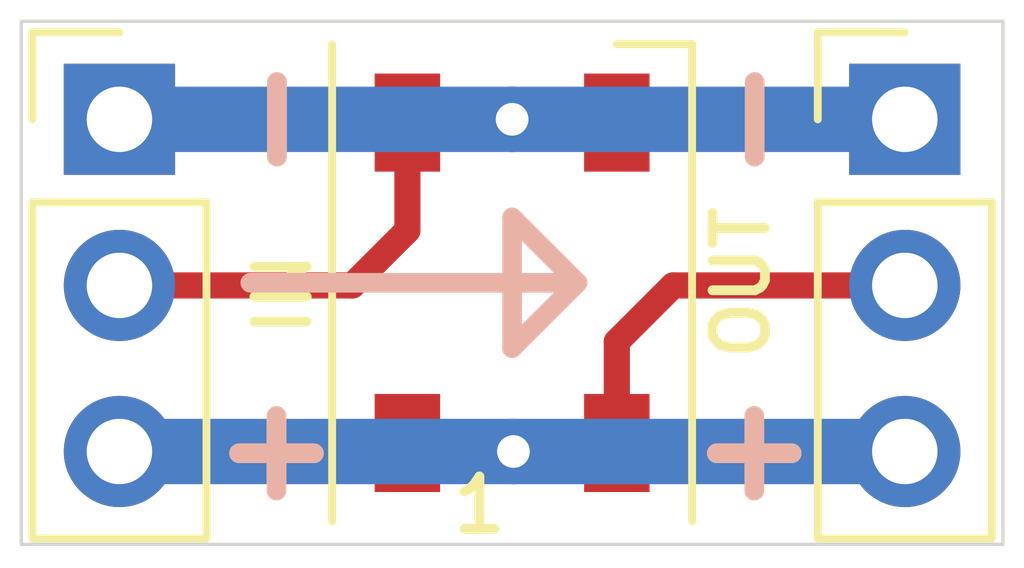
<source format=kicad_pcb>
(kicad_pcb (version 20171130) (host pcbnew 5.1.0)

  (general
    (thickness 1.6)
    (drawings 16)
    (tracks 19)
    (zones 0)
    (modules 3)
    (nets 5)
  )

  (page A4)
  (layers
    (0 F.Cu signal)
    (31 B.Cu signal)
    (32 B.Adhes user)
    (33 F.Adhes user)
    (34 B.Paste user)
    (35 F.Paste user)
    (36 B.SilkS user)
    (37 F.SilkS user)
    (38 B.Mask user)
    (39 F.Mask user)
    (40 Dwgs.User user)
    (41 Cmts.User user)
    (42 Eco1.User user)
    (43 Eco2.User user)
    (44 Edge.Cuts user)
    (45 Margin user)
    (46 B.CrtYd user)
    (47 F.CrtYd user)
    (48 B.Fab user)
    (49 F.Fab user)
  )

  (setup
    (last_trace_width 0.4)
    (user_trace_width 1)
    (trace_clearance 0.2)
    (zone_clearance 0.508)
    (zone_45_only no)
    (trace_min 0.2)
    (via_size 1)
    (via_drill 0.5)
    (via_min_size 0.4)
    (via_min_drill 0.3)
    (uvia_size 0.3)
    (uvia_drill 0.1)
    (uvias_allowed no)
    (uvia_min_size 0.2)
    (uvia_min_drill 0.1)
    (edge_width 0.05)
    (segment_width 0.2)
    (pcb_text_width 0.3)
    (pcb_text_size 1.5 1.5)
    (mod_edge_width 0.12)
    (mod_text_size 1 1)
    (mod_text_width 0.15)
    (pad_size 1.524 1.524)
    (pad_drill 0.762)
    (pad_to_mask_clearance 0.051)
    (solder_mask_min_width 0.25)
    (aux_axis_origin 0 0)
    (visible_elements 7FFFFFFF)
    (pcbplotparams
      (layerselection 0x010fc_ffffffff)
      (usegerberextensions false)
      (usegerberattributes false)
      (usegerberadvancedattributes false)
      (creategerberjobfile false)
      (excludeedgelayer true)
      (linewidth 0.100000)
      (plotframeref false)
      (viasonmask false)
      (mode 1)
      (useauxorigin false)
      (hpglpennumber 1)
      (hpglpenspeed 20)
      (hpglpendiameter 15.000000)
      (psnegative false)
      (psa4output false)
      (plotreference true)
      (plotvalue true)
      (plotinvisibletext false)
      (padsonsilk false)
      (subtractmaskfromsilk false)
      (outputformat 1)
      (mirror false)
      (drillshape 1)
      (scaleselection 1)
      (outputdirectory ""))
  )

  (net 0 "")
  (net 1 "Net-(D1-Pad3)")
  (net 2 "Net-(D1-Pad4)")
  (net 3 "Net-(D1-Pad2)")
  (net 4 "Net-(D1-Pad1)")

  (net_class Default "This is the default net class."
    (clearance 0.2)
    (trace_width 0.4)
    (via_dia 1)
    (via_drill 0.5)
    (uvia_dia 0.3)
    (uvia_drill 0.1)
    (add_net "Net-(D1-Pad1)")
    (add_net "Net-(D1-Pad2)")
    (add_net "Net-(D1-Pad3)")
    (add_net "Net-(D1-Pad4)")
  )

  (module LED_SMD:LED_WS2812B_PLCC4_5.0x5.0mm_P3.2mm (layer F.Cu) (tedit 5AA4B285) (tstamp 5CB7B144)
    (at 129 85.5 90)
    (descr https://cdn-shop.adafruit.com/datasheets/WS2812B.pdf)
    (tags "LED RGB NeoPixel")
    (path /5CB6FC3E)
    (attr smd)
    (fp_text reference D1 (at 0 -3.5 90) (layer F.SilkS) hide
      (effects (font (size 0.8 0.8) (thickness 0.15)))
    )
    (fp_text value WS2812B (at 0 4 90) (layer F.Fab)
      (effects (font (size 0.8 0.8) (thickness 0.15)))
    )
    (fp_text user 1 (at -3.4 -0.5 180) (layer F.SilkS)
      (effects (font (size 0.8 0.8) (thickness 0.15)))
    )
    (fp_text user %R (at 0 0 90) (layer F.Fab)
      (effects (font (size 0.8 0.8) (thickness 0.15)))
    )
    (fp_line (start 3.45 -2.75) (end -3.45 -2.75) (layer F.CrtYd) (width 0.05))
    (fp_line (start 3.45 2.75) (end 3.45 -2.75) (layer F.CrtYd) (width 0.05))
    (fp_line (start -3.45 2.75) (end 3.45 2.75) (layer F.CrtYd) (width 0.05))
    (fp_line (start -3.45 -2.75) (end -3.45 2.75) (layer F.CrtYd) (width 0.05))
    (fp_line (start 2.5 1.5) (end 1.5 2.5) (layer F.Fab) (width 0.1))
    (fp_line (start -2.5 -2.5) (end -2.5 2.5) (layer F.Fab) (width 0.1))
    (fp_line (start -2.5 2.5) (end 2.5 2.5) (layer F.Fab) (width 0.1))
    (fp_line (start 2.5 2.5) (end 2.5 -2.5) (layer F.Fab) (width 0.1))
    (fp_line (start 2.5 -2.5) (end -2.5 -2.5) (layer F.Fab) (width 0.1))
    (fp_line (start -3.65 -2.75) (end 3.65 -2.75) (layer F.SilkS) (width 0.12))
    (fp_line (start -3.65 2.75) (end 3.65 2.75) (layer F.SilkS) (width 0.12))
    (fp_line (start 3.65 2.75) (end 3.65 1.6) (layer F.SilkS) (width 0.12))
    (fp_circle (center 0 0) (end 0 -2) (layer F.Fab) (width 0.1))
    (pad 3 smd rect (at 2.45 1.6 90) (size 1.5 1) (layers F.Cu F.Paste F.Mask)
      (net 1 "Net-(D1-Pad3)"))
    (pad 4 smd rect (at 2.45 -1.6 90) (size 1.5 1) (layers F.Cu F.Paste F.Mask)
      (net 2 "Net-(D1-Pad4)"))
    (pad 2 smd rect (at -2.45 1.6 90) (size 1.5 1) (layers F.Cu F.Paste F.Mask)
      (net 3 "Net-(D1-Pad2)"))
    (pad 1 smd rect (at -2.45 -1.6 90) (size 1.5 1) (layers F.Cu F.Paste F.Mask)
      (net 4 "Net-(D1-Pad1)"))
    (model ${KISYS3DMOD}/LED_SMD.3dshapes/LED_WS2812B_PLCC4_5.0x5.0mm_P3.2mm.wrl
      (at (xyz 0 0 0))
      (scale (xyz 1 1 1))
      (rotate (xyz 0 0 0))
    )
  )

  (module Connector_PinHeader_2.54mm:PinHeader_1x03_P2.54mm_Vertical (layer F.Cu) (tedit 59FED5CC) (tstamp 5CB7A889)
    (at 123 83)
    (descr "Through hole straight pin header, 1x03, 2.54mm pitch, single row")
    (tags "Through hole pin header THT 1x03 2.54mm single row")
    (path /5CB73071)
    (fp_text reference J1 (at 0 -2.33) (layer F.SilkS) hide
      (effects (font (size 0.8 0.8) (thickness 0.15)))
    )
    (fp_text value IN (at 2.5 2.674999 90) (layer F.SilkS)
      (effects (font (size 0.8 0.8) (thickness 0.15)))
    )
    (fp_line (start -0.635 -1.27) (end 1.27 -1.27) (layer F.Fab) (width 0.1))
    (fp_line (start 1.27 -1.27) (end 1.27 6.35) (layer F.Fab) (width 0.1))
    (fp_line (start 1.27 6.35) (end -1.27 6.35) (layer F.Fab) (width 0.1))
    (fp_line (start -1.27 6.35) (end -1.27 -0.635) (layer F.Fab) (width 0.1))
    (fp_line (start -1.27 -0.635) (end -0.635 -1.27) (layer F.Fab) (width 0.1))
    (fp_line (start -1.33 6.41) (end 1.33 6.41) (layer F.SilkS) (width 0.12))
    (fp_line (start -1.33 1.27) (end -1.33 6.41) (layer F.SilkS) (width 0.12))
    (fp_line (start 1.33 1.27) (end 1.33 6.41) (layer F.SilkS) (width 0.12))
    (fp_line (start -1.33 1.27) (end 1.33 1.27) (layer F.SilkS) (width 0.12))
    (fp_line (start -1.33 0) (end -1.33 -1.33) (layer F.SilkS) (width 0.12))
    (fp_line (start -1.33 -1.33) (end 0 -1.33) (layer F.SilkS) (width 0.12))
    (fp_line (start -1.8 -1.8) (end -1.8 6.85) (layer F.CrtYd) (width 0.05))
    (fp_line (start -1.8 6.85) (end 1.8 6.85) (layer F.CrtYd) (width 0.05))
    (fp_line (start 1.8 6.85) (end 1.8 -1.8) (layer F.CrtYd) (width 0.05))
    (fp_line (start 1.8 -1.8) (end -1.8 -1.8) (layer F.CrtYd) (width 0.05))
    (fp_text user %R (at 0 2.54 90) (layer F.Fab)
      (effects (font (size 0.8 0.8) (thickness 0.15)))
    )
    (pad 1 thru_hole rect (at 0 0) (size 1.7 1.7) (drill 1) (layers *.Cu *.Mask)
      (net 1 "Net-(D1-Pad3)"))
    (pad 2 thru_hole oval (at 0 2.54) (size 1.7 1.7) (drill 1) (layers *.Cu *.Mask)
      (net 2 "Net-(D1-Pad4)"))
    (pad 3 thru_hole oval (at 0 5.08) (size 1.7 1.7) (drill 1) (layers *.Cu *.Mask)
      (net 4 "Net-(D1-Pad1)"))
    (model ${KISYS3DMOD}/Connector_PinHeader_2.54mm.3dshapes/PinHeader_1x03_P2.54mm_Vertical.wrl
      (at (xyz 0 0 0))
      (scale (xyz 1 1 1))
      (rotate (xyz 0 0 0))
    )
  )

  (module Connector_PinHeader_2.54mm:PinHeader_1x03_P2.54mm_Vertical (layer F.Cu) (tedit 59FED5CC) (tstamp 5CB70F02)
    (at 135 83)
    (descr "Through hole straight pin header, 1x03, 2.54mm pitch, single row")
    (tags "Through hole pin header THT 1x03 2.54mm single row")
    (path /5CB7660F)
    (fp_text reference J2 (at 0 -2.33) (layer F.SilkS) hide
      (effects (font (size 0.8 0.8) (thickness 0.15)))
    )
    (fp_text value OUT (at -2.5 2.5 90) (layer F.SilkS)
      (effects (font (size 0.8 0.8) (thickness 0.15)))
    )
    (fp_text user %R (at 0 2.54 90) (layer F.Fab)
      (effects (font (size 0.8 0.8) (thickness 0.15)))
    )
    (fp_line (start 1.8 -1.8) (end -1.8 -1.8) (layer F.CrtYd) (width 0.05))
    (fp_line (start 1.8 6.85) (end 1.8 -1.8) (layer F.CrtYd) (width 0.05))
    (fp_line (start -1.8 6.85) (end 1.8 6.85) (layer F.CrtYd) (width 0.05))
    (fp_line (start -1.8 -1.8) (end -1.8 6.85) (layer F.CrtYd) (width 0.05))
    (fp_line (start -1.33 -1.33) (end 0 -1.33) (layer F.SilkS) (width 0.12))
    (fp_line (start -1.33 0) (end -1.33 -1.33) (layer F.SilkS) (width 0.12))
    (fp_line (start -1.33 1.27) (end 1.33 1.27) (layer F.SilkS) (width 0.12))
    (fp_line (start 1.33 1.27) (end 1.33 6.41) (layer F.SilkS) (width 0.12))
    (fp_line (start -1.33 1.27) (end -1.33 6.41) (layer F.SilkS) (width 0.12))
    (fp_line (start -1.33 6.41) (end 1.33 6.41) (layer F.SilkS) (width 0.12))
    (fp_line (start -1.27 -0.635) (end -0.635 -1.27) (layer F.Fab) (width 0.1))
    (fp_line (start -1.27 6.35) (end -1.27 -0.635) (layer F.Fab) (width 0.1))
    (fp_line (start 1.27 6.35) (end -1.27 6.35) (layer F.Fab) (width 0.1))
    (fp_line (start 1.27 -1.27) (end 1.27 6.35) (layer F.Fab) (width 0.1))
    (fp_line (start -0.635 -1.27) (end 1.27 -1.27) (layer F.Fab) (width 0.1))
    (pad 3 thru_hole oval (at 0 5.08) (size 1.7 1.7) (drill 1) (layers *.Cu *.Mask)
      (net 4 "Net-(D1-Pad1)"))
    (pad 2 thru_hole oval (at 0 2.54) (size 1.7 1.7) (drill 1) (layers *.Cu *.Mask)
      (net 3 "Net-(D1-Pad2)"))
    (pad 1 thru_hole rect (at 0 0) (size 1.7 1.7) (drill 1) (layers *.Cu *.Mask)
      (net 1 "Net-(D1-Pad3)"))
    (model ${KISYS3DMOD}/Connector_PinHeader_2.54mm.3dshapes/PinHeader_1x03_P2.54mm_Vertical.wrl
      (at (xyz 0 0 0))
      (scale (xyz 1 1 1))
      (rotate (xyz 0 0 0))
    )
  )

  (gr_line (start 136.5 81.5) (end 121.5 81.5) (layer Edge.Cuts) (width 0.05) (tstamp 5CB70F6D))
  (gr_line (start 136.5 89.5) (end 121.5 89.5) (layer Edge.Cuts) (width 0.05) (tstamp 5CB70F6B))
  (gr_line (start 129 86.5) (end 130 85.5) (layer B.SilkS) (width 0.3) (tstamp 5CB7B2F5))
  (gr_line (start 129 84.5) (end 129 86.5) (layer B.SilkS) (width 0.3))
  (gr_line (start 130 85.5) (end 129 84.5) (layer B.SilkS) (width 0.3))
  (gr_line (start 125 85.5) (end 130 85.5) (layer B.SilkS) (width 0.3))
  (gr_text - (at 132.6 83 90) (layer B.SilkS) (tstamp 5CB70F32)
    (effects (font (size 1.5 1.5) (thickness 0.3)) (justify mirror))
  )
  (gr_text + (at 132.7 88) (layer B.SilkS) (tstamp 5CB70F35)
    (effects (font (size 1.5 1.5) (thickness 0.3)) (justify mirror))
  )
  (gr_text + (at 125.4 88) (layer B.SilkS) (tstamp 5CB7B26F)
    (effects (font (size 1.5 1.5) (thickness 0.3)) (justify mirror))
  )
  (gr_text - (at 125.3 83 90) (layer B.SilkS) (tstamp 5CB7B26E)
    (effects (font (size 1.5 1.5) (thickness 0.3)) (justify mirror))
  )
  (gr_text - (at 132.6 83 90) (layer F.SilkS) (tstamp 5CB70F2F)
    (effects (font (size 1.5 1.5) (thickness 0.3)) (justify mirror))
  )
  (gr_text + (at 132.7 88) (layer F.SilkS) (tstamp 5CB70F38)
    (effects (font (size 1.5 1.5) (thickness 0.3)) (justify mirror))
  )
  (gr_text - (at 125.3 83 90) (layer F.SilkS) (tstamp 5CB7B240)
    (effects (font (size 1.5 1.5) (thickness 0.3)) (justify mirror))
  )
  (gr_text + (at 125.4 88) (layer F.SilkS)
    (effects (font (size 1.5 1.5) (thickness 0.3)) (justify mirror))
  )
  (gr_line (start 121.5 89.5) (end 121.5 81.5) (layer Edge.Cuts) (width 0.05) (tstamp 5CB7AE68))
  (gr_line (start 136.5 81.5) (end 136.5 89.5) (layer Edge.Cuts) (width 0.05))

  (segment (start 123 83) (end 124.25 83) (width 0.4) (layer B.Cu) (net 1))
  (via (at 129 83) (size 1) (drill 0.5) (layers F.Cu B.Cu) (net 1))
  (segment (start 124.25 83) (end 129 83) (width 0.4) (layer B.Cu) (net 1))
  (segment (start 130.55 83) (end 130.6 83.05) (width 0.4) (layer F.Cu) (net 1))
  (segment (start 129 83) (end 130.55 83) (width 0.4) (layer F.Cu) (net 1))
  (segment (start 129 83) (end 135 83) (width 0.4) (layer B.Cu) (net 1))
  (segment (start 123 83) (end 135 83) (width 1) (layer B.Cu) (net 1))
  (segment (start 127.4 84.7) (end 127.4 83.05) (width 0.4) (layer F.Cu) (net 2))
  (segment (start 123 85.54) (end 126.56 85.54) (width 0.4) (layer F.Cu) (net 2))
  (segment (start 126.56 85.54) (end 127.4 84.7) (width 0.4) (layer F.Cu) (net 2))
  (segment (start 130.6 87.95) (end 130.6 86.4) (width 0.4) (layer F.Cu) (net 3))
  (segment (start 131.46 85.54) (end 135 85.54) (width 0.4) (layer F.Cu) (net 3))
  (segment (start 130.6 86.4) (end 131.46 85.54) (width 0.4) (layer F.Cu) (net 3))
  (via (at 129.02 88.08) (size 1) (drill 0.5) (layers F.Cu B.Cu) (net 4))
  (segment (start 123 88.08) (end 129.02 88.08) (width 0.4) (layer B.Cu) (net 4))
  (segment (start 127.53 88.08) (end 127.4 87.95) (width 0.4) (layer F.Cu) (net 4))
  (segment (start 129.02 88.08) (end 127.53 88.08) (width 0.4) (layer F.Cu) (net 4))
  (segment (start 129.02 88.08) (end 135.02 88.08) (width 0.4) (layer B.Cu) (net 4))
  (segment (start 123 88.08) (end 135 88.08) (width 1) (layer B.Cu) (net 4))

)

</source>
